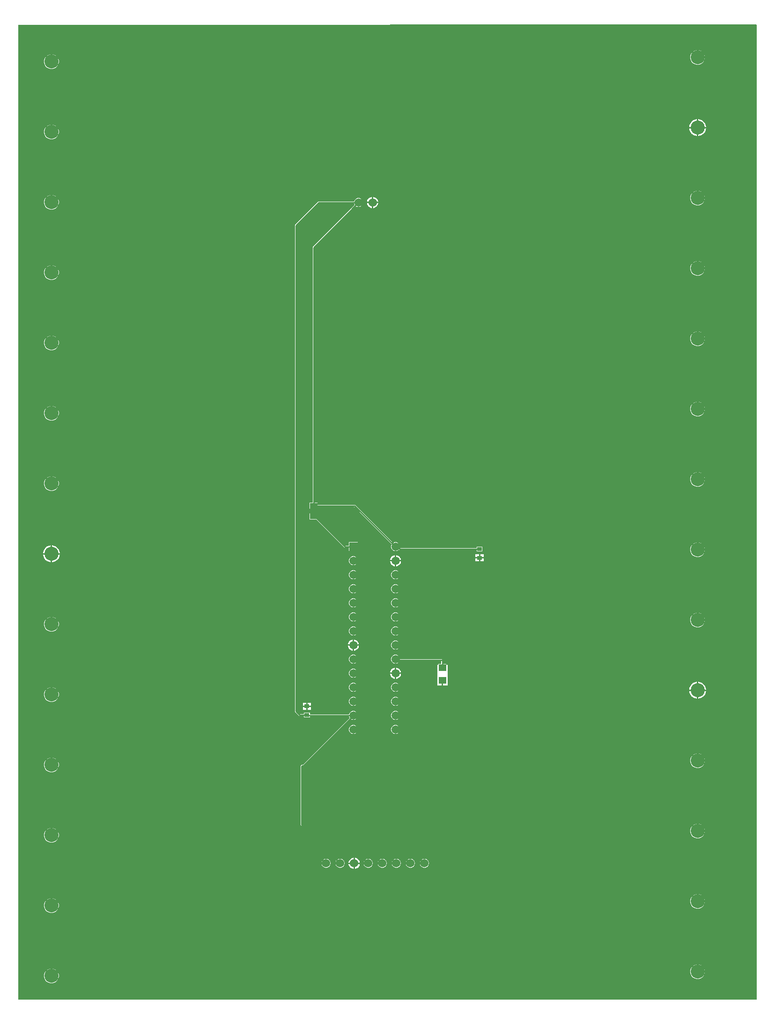
<source format=gtl>
G04*
G04 #@! TF.GenerationSoftware,Altium Limited,Altium Designer,25.0.2 (28)*
G04*
G04 Layer_Physical_Order=1*
G04 Layer_Color=255*
%FSLAX44Y44*%
%MOMM*%
G71*
G04*
G04 #@! TF.SameCoordinates,EC309722-8CFF-44E8-99F7-827B0D8F2BFB*
G04*
G04*
G04 #@! TF.FilePolarity,Positive*
G04*
G01*
G75*
%ADD12C,0.2540*%
%ADD14R,1.3462X1.2696*%
%ADD15R,1.3800X1.0100*%
%ADD16R,0.9652X0.7620*%
%ADD20C,1.4986*%
%ADD21R,1.4986X1.4986*%
%ADD23C,1.5240*%
%ADD24C,2.5400*%
G36*
X1541780Y1778105D02*
X1541780Y17927D01*
X206989D01*
Y1778000D01*
X1540882Y1779003D01*
X1541780Y1778105D01*
D02*
G37*
%LPC*%
G36*
X1436585Y1732788D02*
X1433107D01*
X1429748Y1731888D01*
X1426736Y1730149D01*
X1424277Y1727690D01*
X1422538Y1724678D01*
X1421638Y1721319D01*
Y1717841D01*
X1422538Y1714482D01*
X1424277Y1711470D01*
X1426736Y1709011D01*
X1429748Y1707272D01*
X1433107Y1706372D01*
X1436585D01*
X1439944Y1707272D01*
X1442956Y1709011D01*
X1445415Y1711470D01*
X1447154Y1714482D01*
X1448054Y1717841D01*
Y1721319D01*
X1447154Y1724678D01*
X1445415Y1727690D01*
X1442956Y1730149D01*
X1439944Y1731888D01*
X1436585Y1732788D01*
D02*
G37*
G36*
X268439Y1725168D02*
X264961D01*
X261602Y1724268D01*
X258590Y1722529D01*
X256131Y1720070D01*
X254392Y1717058D01*
X253492Y1713699D01*
Y1710221D01*
X254392Y1706862D01*
X256131Y1703850D01*
X258590Y1701391D01*
X261602Y1699652D01*
X264961Y1698752D01*
X268439D01*
X271798Y1699652D01*
X274810Y1701391D01*
X277269Y1703850D01*
X279008Y1706862D01*
X279908Y1710221D01*
Y1713699D01*
X279008Y1717058D01*
X277269Y1720070D01*
X274810Y1722529D01*
X271798Y1724268D01*
X268439Y1725168D01*
D02*
G37*
G36*
X1436347Y1607820D02*
X1436116D01*
Y1593850D01*
X1450086D01*
Y1594081D01*
X1449500Y1597025D01*
X1448351Y1599799D01*
X1446684Y1602295D01*
X1444561Y1604418D01*
X1442065Y1606086D01*
X1439291Y1607234D01*
X1436347Y1607820D01*
D02*
G37*
G36*
X1433576D02*
X1433345D01*
X1430401Y1607234D01*
X1427627Y1606086D01*
X1425131Y1604418D01*
X1423008Y1602295D01*
X1421340Y1599799D01*
X1420192Y1597025D01*
X1419606Y1594081D01*
Y1593850D01*
X1433576D01*
Y1607820D01*
D02*
G37*
G36*
X1450086Y1591310D02*
X1436116D01*
Y1577340D01*
X1436347D01*
X1439291Y1577926D01*
X1442065Y1579075D01*
X1444561Y1580742D01*
X1446684Y1582865D01*
X1448351Y1585361D01*
X1449500Y1588135D01*
X1450086Y1591079D01*
Y1591310D01*
D02*
G37*
G36*
X1433576D02*
X1419606D01*
Y1591079D01*
X1420192Y1588135D01*
X1421340Y1585361D01*
X1423008Y1582865D01*
X1425131Y1580742D01*
X1427627Y1579075D01*
X1430401Y1577926D01*
X1433345Y1577340D01*
X1433576D01*
Y1591310D01*
D02*
G37*
G36*
X268439Y1598168D02*
X264961D01*
X261602Y1597268D01*
X258590Y1595529D01*
X256131Y1593070D01*
X254392Y1590058D01*
X253492Y1586699D01*
Y1583221D01*
X254392Y1579862D01*
X256131Y1576850D01*
X258590Y1574391D01*
X261602Y1572652D01*
X264961Y1571752D01*
X268439D01*
X271798Y1572652D01*
X274810Y1574391D01*
X277269Y1576850D01*
X279008Y1579862D01*
X279908Y1583221D01*
Y1586699D01*
X279008Y1590058D01*
X277269Y1593070D01*
X274810Y1595529D01*
X271798Y1597268D01*
X268439Y1598168D01*
D02*
G37*
G36*
X848481Y1467642D02*
X848413D01*
Y1458752D01*
X857303D01*
Y1458819D01*
X856611Y1461404D01*
X855273Y1463720D01*
X853381Y1465612D01*
X851065Y1466949D01*
X848481Y1467642D01*
D02*
G37*
G36*
X845873D02*
X845805D01*
X843221Y1466949D01*
X840905Y1465612D01*
X839013Y1463720D01*
X837675Y1461404D01*
X836983Y1458819D01*
Y1458752D01*
X845873D01*
Y1467642D01*
D02*
G37*
G36*
X1436585Y1478788D02*
X1433107D01*
X1429748Y1477888D01*
X1426736Y1476149D01*
X1424277Y1473690D01*
X1422538Y1470678D01*
X1421638Y1467319D01*
Y1463841D01*
X1422538Y1460482D01*
X1424277Y1457470D01*
X1426736Y1455011D01*
X1429748Y1453272D01*
X1433107Y1452372D01*
X1436585D01*
X1439944Y1453272D01*
X1442956Y1455011D01*
X1445415Y1457470D01*
X1447154Y1460482D01*
X1448054Y1463841D01*
Y1467319D01*
X1447154Y1470678D01*
X1445415Y1473690D01*
X1442956Y1476149D01*
X1439944Y1477888D01*
X1436585Y1478788D01*
D02*
G37*
G36*
X822813Y1465610D02*
X820673D01*
X818606Y1465056D01*
X816752Y1463986D01*
X815239Y1462473D01*
X814169Y1460619D01*
X813814Y1459295D01*
X750092D01*
X749398Y1459157D01*
X748810Y1458764D01*
X707378Y1417332D01*
X706985Y1416744D01*
X706847Y1416050D01*
Y538480D01*
X706985Y537786D01*
X707378Y537198D01*
X713781Y530795D01*
X714369Y530402D01*
X715063Y530264D01*
X723168D01*
Y527759D01*
X733836D01*
Y529244D01*
X804734D01*
X805076Y527969D01*
X805736Y526825D01*
X721414Y442503D01*
X720308D01*
X719614Y442365D01*
X719026Y441972D01*
X717713Y440659D01*
X717320Y440071D01*
X717182Y439377D01*
Y333835D01*
X717320Y333141D01*
X717713Y332553D01*
X781781Y268485D01*
X781096Y267297D01*
X780542Y265230D01*
Y263090D01*
X781096Y261023D01*
X782166Y259169D01*
X783679Y257656D01*
X785533Y256586D01*
X787600Y256032D01*
X789740D01*
X791807Y256586D01*
X793661Y257656D01*
X795174Y259169D01*
X796244Y261023D01*
X796798Y263090D01*
Y265230D01*
X796244Y267297D01*
X795174Y269151D01*
X793661Y270664D01*
X791807Y271734D01*
X789740Y272288D01*
X787600D01*
X785533Y271734D01*
X784345Y271049D01*
X720808Y334586D01*
Y438626D01*
X721059Y438877D01*
X722165D01*
X722859Y439015D01*
X723447Y439408D01*
X808300Y524262D01*
X809444Y523601D01*
X811479Y523056D01*
X813585D01*
X815620Y523601D01*
X817445Y524655D01*
X818934Y526144D01*
X819988Y527969D01*
X820533Y530004D01*
Y532110D01*
X819988Y534145D01*
X818934Y535970D01*
X817445Y537459D01*
X815620Y538513D01*
X813585Y539058D01*
X811479D01*
X809444Y538513D01*
X807619Y537459D01*
X806130Y535970D01*
X805076Y534145D01*
X804734Y532870D01*
X733836D01*
Y536395D01*
X723168D01*
Y533890D01*
X715814D01*
X710473Y539231D01*
Y1415299D01*
X750843Y1455669D01*
X813814D01*
X814169Y1454345D01*
X814855Y1453157D01*
X739350Y1377653D01*
X738957Y1377065D01*
X738819Y1376371D01*
Y915315D01*
X733224D01*
Y904199D01*
X748040D01*
Y907944D01*
X814081D01*
X881936Y840089D01*
X881276Y838945D01*
X880731Y836910D01*
Y834804D01*
X881276Y832769D01*
X882329Y830944D01*
X883819Y829455D01*
X885644Y828401D01*
X887679Y827856D01*
X889785D01*
X891820Y828401D01*
X893645Y829455D01*
X894791Y830602D01*
X895170Y830223D01*
X895758Y829830D01*
X896452Y829692D01*
X1035298D01*
Y827187D01*
X1045966D01*
Y835823D01*
X1035298D01*
Y833318D01*
X897472D01*
X896609Y834342D01*
X896733Y834804D01*
Y836910D01*
X896188Y838945D01*
X895134Y840770D01*
X893645Y842259D01*
X891820Y843313D01*
X889785Y843858D01*
X887679D01*
X885644Y843313D01*
X884500Y842653D01*
X816114Y911039D01*
X815526Y911432D01*
X814832Y911570D01*
X748040D01*
Y915315D01*
X742445D01*
Y1375620D01*
X817418Y1450593D01*
X818606Y1449908D01*
X820673Y1449354D01*
X822813D01*
X824880Y1449908D01*
X826734Y1450978D01*
X828247Y1452491D01*
X829317Y1454345D01*
X829871Y1456412D01*
Y1458552D01*
X829317Y1460619D01*
X828247Y1462473D01*
X826734Y1463986D01*
X824880Y1465056D01*
X822813Y1465610D01*
D02*
G37*
G36*
X857303Y1456212D02*
X848413D01*
Y1447322D01*
X848481D01*
X851065Y1448014D01*
X853381Y1449352D01*
X855273Y1451243D01*
X856611Y1453560D01*
X857303Y1456144D01*
Y1456212D01*
D02*
G37*
G36*
X845873D02*
X836983D01*
Y1456144D01*
X837675Y1453560D01*
X839013Y1451243D01*
X840905Y1449352D01*
X843221Y1448014D01*
X845805Y1447322D01*
X845873D01*
Y1456212D01*
D02*
G37*
G36*
X268439Y1471168D02*
X264961D01*
X261602Y1470268D01*
X258590Y1468529D01*
X256131Y1466070D01*
X254392Y1463058D01*
X253492Y1459699D01*
Y1456221D01*
X254392Y1452862D01*
X256131Y1449850D01*
X258590Y1447391D01*
X261602Y1445652D01*
X264961Y1444752D01*
X268439D01*
X271798Y1445652D01*
X274810Y1447391D01*
X277269Y1449850D01*
X279008Y1452862D01*
X279908Y1456221D01*
Y1459699D01*
X279008Y1463058D01*
X277269Y1466070D01*
X274810Y1468529D01*
X271798Y1470268D01*
X268439Y1471168D01*
D02*
G37*
G36*
X1436585Y1351788D02*
X1433107D01*
X1429748Y1350888D01*
X1426736Y1349149D01*
X1424277Y1346690D01*
X1422538Y1343678D01*
X1421638Y1340319D01*
Y1336841D01*
X1422538Y1333482D01*
X1424277Y1330470D01*
X1426736Y1328011D01*
X1429748Y1326272D01*
X1433107Y1325372D01*
X1436585D01*
X1439944Y1326272D01*
X1442956Y1328011D01*
X1445415Y1330470D01*
X1447154Y1333482D01*
X1448054Y1336841D01*
Y1340319D01*
X1447154Y1343678D01*
X1445415Y1346690D01*
X1442956Y1349149D01*
X1439944Y1350888D01*
X1436585Y1351788D01*
D02*
G37*
G36*
X268439Y1344168D02*
X264961D01*
X261602Y1343268D01*
X258590Y1341529D01*
X256131Y1339070D01*
X254392Y1336058D01*
X253492Y1332699D01*
Y1329221D01*
X254392Y1325862D01*
X256131Y1322850D01*
X258590Y1320391D01*
X261602Y1318652D01*
X264961Y1317752D01*
X268439D01*
X271798Y1318652D01*
X274810Y1320391D01*
X277269Y1322850D01*
X279008Y1325862D01*
X279908Y1329221D01*
Y1332699D01*
X279008Y1336058D01*
X277269Y1339070D01*
X274810Y1341529D01*
X271798Y1343268D01*
X268439Y1344168D01*
D02*
G37*
G36*
X1436585Y1224788D02*
X1433107D01*
X1429748Y1223888D01*
X1426736Y1222149D01*
X1424277Y1219690D01*
X1422538Y1216678D01*
X1421638Y1213319D01*
Y1209841D01*
X1422538Y1206482D01*
X1424277Y1203470D01*
X1426736Y1201011D01*
X1429748Y1199272D01*
X1433107Y1198372D01*
X1436585D01*
X1439944Y1199272D01*
X1442956Y1201011D01*
X1445415Y1203470D01*
X1447154Y1206482D01*
X1448054Y1209841D01*
Y1213319D01*
X1447154Y1216678D01*
X1445415Y1219690D01*
X1442956Y1222149D01*
X1439944Y1223888D01*
X1436585Y1224788D01*
D02*
G37*
G36*
X268439Y1217168D02*
X264961D01*
X261602Y1216268D01*
X258590Y1214529D01*
X256131Y1212070D01*
X254392Y1209058D01*
X253492Y1205699D01*
Y1202221D01*
X254392Y1198862D01*
X256131Y1195850D01*
X258590Y1193391D01*
X261602Y1191652D01*
X264961Y1190752D01*
X268439D01*
X271798Y1191652D01*
X274810Y1193391D01*
X277269Y1195850D01*
X279008Y1198862D01*
X279908Y1202221D01*
Y1205699D01*
X279008Y1209058D01*
X277269Y1212070D01*
X274810Y1214529D01*
X271798Y1216268D01*
X268439Y1217168D01*
D02*
G37*
G36*
X1436585Y1097788D02*
X1433107D01*
X1429748Y1096888D01*
X1426736Y1095149D01*
X1424277Y1092690D01*
X1422538Y1089678D01*
X1421638Y1086319D01*
Y1082841D01*
X1422538Y1079482D01*
X1424277Y1076470D01*
X1426736Y1074011D01*
X1429748Y1072272D01*
X1433107Y1071372D01*
X1436585D01*
X1439944Y1072272D01*
X1442956Y1074011D01*
X1445415Y1076470D01*
X1447154Y1079482D01*
X1448054Y1082841D01*
Y1086319D01*
X1447154Y1089678D01*
X1445415Y1092690D01*
X1442956Y1095149D01*
X1439944Y1096888D01*
X1436585Y1097788D01*
D02*
G37*
G36*
X268439Y1090168D02*
X264961D01*
X261602Y1089268D01*
X258590Y1087529D01*
X256131Y1085070D01*
X254392Y1082058D01*
X253492Y1078699D01*
Y1075221D01*
X254392Y1071862D01*
X256131Y1068850D01*
X258590Y1066391D01*
X261602Y1064652D01*
X264961Y1063752D01*
X268439D01*
X271798Y1064652D01*
X274810Y1066391D01*
X277269Y1068850D01*
X279008Y1071862D01*
X279908Y1075221D01*
Y1078699D01*
X279008Y1082058D01*
X277269Y1085070D01*
X274810Y1087529D01*
X271798Y1089268D01*
X268439Y1090168D01*
D02*
G37*
G36*
X1436585Y970788D02*
X1433107D01*
X1429748Y969888D01*
X1426736Y968149D01*
X1424277Y965690D01*
X1422538Y962678D01*
X1421638Y959319D01*
Y955841D01*
X1422538Y952482D01*
X1424277Y949470D01*
X1426736Y947011D01*
X1429748Y945272D01*
X1433107Y944372D01*
X1436585D01*
X1439944Y945272D01*
X1442956Y947011D01*
X1445415Y949470D01*
X1447154Y952482D01*
X1448054Y955841D01*
Y959319D01*
X1447154Y962678D01*
X1445415Y965690D01*
X1442956Y968149D01*
X1439944Y969888D01*
X1436585Y970788D01*
D02*
G37*
G36*
X268439Y963168D02*
X264961D01*
X261602Y962268D01*
X258590Y960529D01*
X256131Y958070D01*
X254392Y955058D01*
X253492Y951699D01*
Y948221D01*
X254392Y944862D01*
X256131Y941850D01*
X258590Y939391D01*
X261602Y937652D01*
X264961Y936752D01*
X268439D01*
X271798Y937652D01*
X274810Y939391D01*
X277269Y941850D01*
X279008Y944862D01*
X279908Y948221D01*
Y951699D01*
X279008Y955058D01*
X277269Y958070D01*
X274810Y960529D01*
X271798Y962268D01*
X268439Y963168D01*
D02*
G37*
G36*
X748040Y896315D02*
X733224D01*
Y885199D01*
X745476D01*
X796100Y834575D01*
X796688Y834182D01*
X797382Y834044D01*
X804531D01*
Y827856D01*
X820533D01*
Y843858D01*
X804531D01*
Y837670D01*
X798133D01*
X748040Y887763D01*
Y896315D01*
D02*
G37*
G36*
X268201Y838200D02*
X267970D01*
Y824230D01*
X281940D01*
Y824461D01*
X281354Y827405D01*
X280205Y830179D01*
X278538Y832675D01*
X276415Y834798D01*
X273919Y836466D01*
X271145Y837614D01*
X268201Y838200D01*
D02*
G37*
G36*
X265430D02*
X265199D01*
X262255Y837614D01*
X259481Y836466D01*
X256985Y834798D01*
X254862Y832675D01*
X253195Y830179D01*
X252046Y827405D01*
X251460Y824461D01*
Y824230D01*
X265430D01*
Y838200D01*
D02*
G37*
G36*
X1436585Y843788D02*
X1433107D01*
X1429748Y842888D01*
X1426736Y841149D01*
X1424277Y838690D01*
X1422538Y835678D01*
X1421638Y832319D01*
Y828841D01*
X1422538Y825482D01*
X1424277Y822470D01*
X1426736Y820011D01*
X1429748Y818272D01*
X1433107Y817372D01*
X1436585D01*
X1439944Y818272D01*
X1442956Y820011D01*
X1445415Y822470D01*
X1447154Y825482D01*
X1448054Y828841D01*
Y832319D01*
X1447154Y835678D01*
X1445415Y838690D01*
X1442956Y841149D01*
X1439944Y842888D01*
X1436585Y843788D01*
D02*
G37*
G36*
X1047998Y822107D02*
X1041902D01*
Y817027D01*
X1047998D01*
Y822107D01*
D02*
G37*
G36*
X1039362D02*
X1033266D01*
Y817027D01*
X1039362D01*
Y822107D01*
D02*
G37*
G36*
X890053Y820490D02*
X890002D01*
Y811727D01*
X898765D01*
Y811778D01*
X898081Y814330D01*
X896760Y816617D01*
X894892Y818485D01*
X892605Y819806D01*
X890053Y820490D01*
D02*
G37*
G36*
X887462D02*
X887411D01*
X884859Y819806D01*
X882571Y818485D01*
X880704Y816617D01*
X879383Y814330D01*
X878699Y811778D01*
Y811727D01*
X887462D01*
Y820490D01*
D02*
G37*
G36*
X1047998Y814487D02*
X1041902D01*
Y809407D01*
X1047998D01*
Y814487D01*
D02*
G37*
G36*
X1039362D02*
X1033266D01*
Y809407D01*
X1039362D01*
Y814487D01*
D02*
G37*
G36*
X281940Y821690D02*
X267970D01*
Y807720D01*
X268201D01*
X271145Y808306D01*
X273919Y809454D01*
X276415Y811122D01*
X278538Y813245D01*
X280205Y815741D01*
X281354Y818515D01*
X281940Y821459D01*
Y821690D01*
D02*
G37*
G36*
X265430D02*
X251460D01*
Y821459D01*
X252046Y818515D01*
X253195Y815741D01*
X254862Y813245D01*
X256985Y811122D01*
X259481Y809454D01*
X262255Y808306D01*
X265199Y807720D01*
X265430D01*
Y821690D01*
D02*
G37*
G36*
X813585Y818458D02*
X811479D01*
X809444Y817913D01*
X807619Y816859D01*
X806130Y815370D01*
X805076Y813545D01*
X804531Y811510D01*
Y809404D01*
X805076Y807369D01*
X806130Y805544D01*
X807619Y804055D01*
X809444Y803001D01*
X811479Y802456D01*
X813585D01*
X815620Y803001D01*
X817445Y804055D01*
X818934Y805544D01*
X819988Y807369D01*
X820533Y809404D01*
Y811510D01*
X819988Y813545D01*
X818934Y815370D01*
X817445Y816859D01*
X815620Y817913D01*
X813585Y818458D01*
D02*
G37*
G36*
X898765Y809187D02*
X890002D01*
Y800424D01*
X890053D01*
X892605Y801108D01*
X894892Y802429D01*
X896760Y804297D01*
X898081Y806584D01*
X898765Y809136D01*
Y809187D01*
D02*
G37*
G36*
X887462D02*
X878699D01*
Y809136D01*
X879383Y806584D01*
X880704Y804297D01*
X882571Y802429D01*
X884859Y801108D01*
X887411Y800424D01*
X887462D01*
Y809187D01*
D02*
G37*
G36*
X889785Y793058D02*
X887679D01*
X885644Y792513D01*
X883819Y791459D01*
X882329Y789970D01*
X881276Y788145D01*
X880731Y786110D01*
Y784004D01*
X881276Y781969D01*
X882329Y780144D01*
X883819Y778655D01*
X885644Y777601D01*
X887679Y777056D01*
X889785D01*
X891820Y777601D01*
X893645Y778655D01*
X895134Y780144D01*
X896188Y781969D01*
X896733Y784004D01*
Y786110D01*
X896188Y788145D01*
X895134Y789970D01*
X893645Y791459D01*
X891820Y792513D01*
X889785Y793058D01*
D02*
G37*
G36*
X813585D02*
X811479D01*
X809444Y792513D01*
X807619Y791459D01*
X806130Y789970D01*
X805076Y788145D01*
X804531Y786110D01*
Y784004D01*
X805076Y781969D01*
X806130Y780144D01*
X807619Y778655D01*
X809444Y777601D01*
X811479Y777056D01*
X813585D01*
X815620Y777601D01*
X817445Y778655D01*
X818934Y780144D01*
X819988Y781969D01*
X820533Y784004D01*
Y786110D01*
X819988Y788145D01*
X818934Y789970D01*
X817445Y791459D01*
X815620Y792513D01*
X813585Y793058D01*
D02*
G37*
G36*
X889785Y767658D02*
X887679D01*
X885644Y767113D01*
X883819Y766059D01*
X882329Y764570D01*
X881276Y762745D01*
X880731Y760710D01*
Y758604D01*
X881276Y756569D01*
X882329Y754744D01*
X883819Y753255D01*
X885644Y752201D01*
X887679Y751656D01*
X889785D01*
X891820Y752201D01*
X893645Y753255D01*
X895134Y754744D01*
X896188Y756569D01*
X896733Y758604D01*
Y760710D01*
X896188Y762745D01*
X895134Y764570D01*
X893645Y766059D01*
X891820Y767113D01*
X889785Y767658D01*
D02*
G37*
G36*
X813585D02*
X811479D01*
X809444Y767113D01*
X807619Y766059D01*
X806130Y764570D01*
X805076Y762745D01*
X804531Y760710D01*
Y758604D01*
X805076Y756569D01*
X806130Y754744D01*
X807619Y753255D01*
X809444Y752201D01*
X811479Y751656D01*
X813585D01*
X815620Y752201D01*
X817445Y753255D01*
X818934Y754744D01*
X819988Y756569D01*
X820533Y758604D01*
Y760710D01*
X819988Y762745D01*
X818934Y764570D01*
X817445Y766059D01*
X815620Y767113D01*
X813585Y767658D01*
D02*
G37*
G36*
X889785Y742258D02*
X887679D01*
X885644Y741713D01*
X883819Y740659D01*
X882329Y739170D01*
X881276Y737345D01*
X880731Y735310D01*
Y733204D01*
X881276Y731169D01*
X882329Y729344D01*
X883819Y727855D01*
X885644Y726801D01*
X887679Y726256D01*
X889785D01*
X891820Y726801D01*
X893645Y727855D01*
X895134Y729344D01*
X896188Y731169D01*
X896733Y733204D01*
Y735310D01*
X896188Y737345D01*
X895134Y739170D01*
X893645Y740659D01*
X891820Y741713D01*
X889785Y742258D01*
D02*
G37*
G36*
X813585D02*
X811479D01*
X809444Y741713D01*
X807619Y740659D01*
X806130Y739170D01*
X805076Y737345D01*
X804531Y735310D01*
Y733204D01*
X805076Y731169D01*
X806130Y729344D01*
X807619Y727855D01*
X809444Y726801D01*
X811479Y726256D01*
X813585D01*
X815620Y726801D01*
X817445Y727855D01*
X818934Y729344D01*
X819988Y731169D01*
X820533Y733204D01*
Y735310D01*
X819988Y737345D01*
X818934Y739170D01*
X817445Y740659D01*
X815620Y741713D01*
X813585Y742258D01*
D02*
G37*
G36*
X889785Y716858D02*
X887679D01*
X885644Y716313D01*
X883819Y715259D01*
X882329Y713770D01*
X881276Y711945D01*
X880731Y709910D01*
Y707804D01*
X881276Y705769D01*
X882329Y703944D01*
X883819Y702455D01*
X885644Y701401D01*
X887679Y700856D01*
X889785D01*
X891820Y701401D01*
X893645Y702455D01*
X895134Y703944D01*
X896188Y705769D01*
X896733Y707804D01*
Y709910D01*
X896188Y711945D01*
X895134Y713770D01*
X893645Y715259D01*
X891820Y716313D01*
X889785Y716858D01*
D02*
G37*
G36*
X813585D02*
X811479D01*
X809444Y716313D01*
X807619Y715259D01*
X806130Y713770D01*
X805076Y711945D01*
X804531Y709910D01*
Y707804D01*
X805076Y705769D01*
X806130Y703944D01*
X807619Y702455D01*
X809444Y701401D01*
X811479Y700856D01*
X813585D01*
X815620Y701401D01*
X817445Y702455D01*
X818934Y703944D01*
X819988Y705769D01*
X820533Y707804D01*
Y709910D01*
X819988Y711945D01*
X818934Y713770D01*
X817445Y715259D01*
X815620Y716313D01*
X813585Y716858D01*
D02*
G37*
G36*
X1436585Y716788D02*
X1433107D01*
X1429748Y715888D01*
X1426736Y714149D01*
X1424277Y711690D01*
X1422538Y708678D01*
X1421638Y705319D01*
Y701841D01*
X1422538Y698482D01*
X1424277Y695470D01*
X1426736Y693011D01*
X1429748Y691272D01*
X1433107Y690372D01*
X1436585D01*
X1439944Y691272D01*
X1442956Y693011D01*
X1445415Y695470D01*
X1447154Y698482D01*
X1448054Y701841D01*
Y705319D01*
X1447154Y708678D01*
X1445415Y711690D01*
X1442956Y714149D01*
X1439944Y715888D01*
X1436585Y716788D01*
D02*
G37*
G36*
X268439Y709168D02*
X264961D01*
X261602Y708268D01*
X258590Y706529D01*
X256131Y704070D01*
X254392Y701058D01*
X253492Y697699D01*
Y694221D01*
X254392Y690862D01*
X256131Y687850D01*
X258590Y685391D01*
X261602Y683652D01*
X264961Y682752D01*
X268439D01*
X271798Y683652D01*
X274810Y685391D01*
X277269Y687850D01*
X279008Y690862D01*
X279908Y694221D01*
Y697699D01*
X279008Y701058D01*
X277269Y704070D01*
X274810Y706529D01*
X271798Y708268D01*
X268439Y709168D01*
D02*
G37*
G36*
X889785Y691458D02*
X887679D01*
X885644Y690913D01*
X883819Y689859D01*
X882329Y688370D01*
X881276Y686545D01*
X880731Y684510D01*
Y682404D01*
X881276Y680369D01*
X882329Y678544D01*
X883819Y677055D01*
X885644Y676001D01*
X887679Y675456D01*
X889785D01*
X891820Y676001D01*
X893645Y677055D01*
X895134Y678544D01*
X896188Y680369D01*
X896733Y682404D01*
Y684510D01*
X896188Y686545D01*
X895134Y688370D01*
X893645Y689859D01*
X891820Y690913D01*
X889785Y691458D01*
D02*
G37*
G36*
X813585D02*
X811479D01*
X809444Y690913D01*
X807619Y689859D01*
X806130Y688370D01*
X805076Y686545D01*
X804531Y684510D01*
Y682404D01*
X805076Y680369D01*
X806130Y678544D01*
X807619Y677055D01*
X809444Y676001D01*
X811479Y675456D01*
X813585D01*
X815620Y676001D01*
X817445Y677055D01*
X818934Y678544D01*
X819988Y680369D01*
X820533Y682404D01*
Y684510D01*
X819988Y686545D01*
X818934Y688370D01*
X817445Y689859D01*
X815620Y690913D01*
X813585Y691458D01*
D02*
G37*
G36*
X813853Y668090D02*
X813802D01*
Y659327D01*
X822565D01*
Y659378D01*
X821881Y661930D01*
X820560Y664217D01*
X818692Y666085D01*
X816404Y667406D01*
X813853Y668090D01*
D02*
G37*
G36*
X811262D02*
X811211D01*
X808659Y667406D01*
X806372Y666085D01*
X804503Y664217D01*
X803183Y661930D01*
X802499Y659378D01*
Y659327D01*
X811262D01*
Y668090D01*
D02*
G37*
G36*
X889785Y666058D02*
X887679D01*
X885644Y665513D01*
X883819Y664459D01*
X882329Y662970D01*
X881276Y661145D01*
X880731Y659110D01*
Y657004D01*
X881276Y654969D01*
X882329Y653144D01*
X883819Y651655D01*
X885644Y650601D01*
X887679Y650056D01*
X889785D01*
X891820Y650601D01*
X893645Y651655D01*
X895134Y653144D01*
X896188Y654969D01*
X896733Y657004D01*
Y659110D01*
X896188Y661145D01*
X895134Y662970D01*
X893645Y664459D01*
X891820Y665513D01*
X889785Y666058D01*
D02*
G37*
G36*
X822565Y656787D02*
X813802D01*
Y648024D01*
X813853D01*
X816404Y648708D01*
X818692Y650029D01*
X820560Y651897D01*
X821881Y654184D01*
X822565Y656736D01*
Y656787D01*
D02*
G37*
G36*
X811262D02*
X802499D01*
Y656736D01*
X803183Y654184D01*
X804503Y651897D01*
X806372Y650029D01*
X808659Y648708D01*
X811211Y648024D01*
X811262D01*
Y656787D01*
D02*
G37*
G36*
X813585Y640658D02*
X811479D01*
X809444Y640113D01*
X807619Y639059D01*
X806130Y637570D01*
X805076Y635745D01*
X804531Y633710D01*
Y631604D01*
X805076Y629569D01*
X806130Y627744D01*
X807619Y626255D01*
X809444Y625201D01*
X811479Y624656D01*
X813585D01*
X815620Y625201D01*
X817445Y626255D01*
X818934Y627744D01*
X819988Y629569D01*
X820533Y631604D01*
Y633710D01*
X819988Y635745D01*
X818934Y637570D01*
X817445Y639059D01*
X815620Y640113D01*
X813585Y640658D01*
D02*
G37*
G36*
X890053Y617290D02*
X890002D01*
Y608527D01*
X898765D01*
Y608578D01*
X898081Y611130D01*
X896760Y613417D01*
X894892Y615285D01*
X892605Y616606D01*
X890053Y617290D01*
D02*
G37*
G36*
X887462D02*
X887411D01*
X884859Y616606D01*
X882571Y615285D01*
X880704Y613417D01*
X879383Y611130D01*
X878699Y608578D01*
Y608527D01*
X887462D01*
Y617290D01*
D02*
G37*
G36*
X813585Y615258D02*
X811479D01*
X809444Y614713D01*
X807619Y613659D01*
X806130Y612170D01*
X805076Y610345D01*
X804531Y608310D01*
Y606204D01*
X805076Y604169D01*
X806130Y602344D01*
X807619Y600855D01*
X809444Y599801D01*
X811479Y599256D01*
X813585D01*
X815620Y599801D01*
X817445Y600855D01*
X818934Y602344D01*
X819988Y604169D01*
X820533Y606204D01*
Y608310D01*
X819988Y610345D01*
X818934Y612170D01*
X817445Y613659D01*
X815620Y614713D01*
X813585Y615258D01*
D02*
G37*
G36*
X898765Y605987D02*
X890002D01*
Y597224D01*
X890053D01*
X892605Y597908D01*
X894892Y599229D01*
X896760Y601097D01*
X898081Y603384D01*
X898765Y605936D01*
Y605987D01*
D02*
G37*
G36*
X887462D02*
X878699D01*
Y605936D01*
X879383Y603384D01*
X880704Y601097D01*
X882571Y599229D01*
X884859Y597908D01*
X887411Y597224D01*
X887462D01*
Y605987D01*
D02*
G37*
G36*
X889785Y640658D02*
X887679D01*
X885644Y640113D01*
X883819Y639059D01*
X882329Y637570D01*
X881276Y635745D01*
X880731Y633710D01*
Y631604D01*
X881276Y629569D01*
X882329Y627744D01*
X883819Y626255D01*
X885644Y625201D01*
X887679Y624656D01*
X889785D01*
X891820Y625201D01*
X893645Y626255D01*
X895134Y627744D01*
X896046Y629324D01*
X971123D01*
X971549Y628898D01*
Y624025D01*
X966373D01*
Y622967D01*
X966119Y622797D01*
X965103D01*
X964714Y622636D01*
X964553Y622247D01*
Y603193D01*
X964341D01*
Y585417D01*
X972342D01*
Y594305D01*
X974882D01*
Y585417D01*
X982883D01*
Y603193D01*
X982671D01*
Y622247D01*
X982510Y622636D01*
X982121Y622797D01*
X981105D01*
X980851Y622967D01*
Y624025D01*
X975175D01*
Y629649D01*
X975037Y630343D01*
X974644Y630931D01*
X973156Y632419D01*
X972568Y632812D01*
X971874Y632950D01*
X896733D01*
Y633710D01*
X896188Y635745D01*
X895134Y637570D01*
X893645Y639059D01*
X891820Y640113D01*
X889785Y640658D01*
D02*
G37*
G36*
X1436347Y591820D02*
X1436116D01*
Y577850D01*
X1450086D01*
Y578081D01*
X1449500Y581025D01*
X1448351Y583799D01*
X1446684Y586295D01*
X1444561Y588418D01*
X1442065Y590085D01*
X1439291Y591234D01*
X1436347Y591820D01*
D02*
G37*
G36*
X1433576D02*
X1433345D01*
X1430401Y591234D01*
X1427627Y590085D01*
X1425131Y588418D01*
X1423008Y586295D01*
X1421340Y583799D01*
X1420192Y581025D01*
X1419606Y578081D01*
Y577850D01*
X1433576D01*
Y591820D01*
D02*
G37*
G36*
X889785Y589858D02*
X887679D01*
X885644Y589313D01*
X883819Y588259D01*
X882329Y586770D01*
X881276Y584945D01*
X880731Y582910D01*
Y580804D01*
X881276Y578769D01*
X882329Y576944D01*
X883819Y575455D01*
X885644Y574401D01*
X887679Y573856D01*
X889785D01*
X891820Y574401D01*
X893645Y575455D01*
X895134Y576944D01*
X896188Y578769D01*
X896733Y580804D01*
Y582910D01*
X896188Y584945D01*
X895134Y586770D01*
X893645Y588259D01*
X891820Y589313D01*
X889785Y589858D01*
D02*
G37*
G36*
X813585D02*
X811479D01*
X809444Y589313D01*
X807619Y588259D01*
X806130Y586770D01*
X805076Y584945D01*
X804531Y582910D01*
Y580804D01*
X805076Y578769D01*
X806130Y576944D01*
X807619Y575455D01*
X809444Y574401D01*
X811479Y573856D01*
X813585D01*
X815620Y574401D01*
X817445Y575455D01*
X818934Y576944D01*
X819988Y578769D01*
X820533Y580804D01*
Y582910D01*
X819988Y584945D01*
X818934Y586770D01*
X817445Y588259D01*
X815620Y589313D01*
X813585Y589858D01*
D02*
G37*
G36*
X1450086Y575310D02*
X1436116D01*
Y561340D01*
X1436347D01*
X1439291Y561926D01*
X1442065Y563074D01*
X1444561Y564742D01*
X1446684Y566865D01*
X1448351Y569361D01*
X1449500Y572135D01*
X1450086Y575079D01*
Y575310D01*
D02*
G37*
G36*
X1433576D02*
X1419606D01*
Y575079D01*
X1420192Y572135D01*
X1421340Y569361D01*
X1423008Y566865D01*
X1425131Y564742D01*
X1427627Y563074D01*
X1430401Y561926D01*
X1433345Y561340D01*
X1433576D01*
Y575310D01*
D02*
G37*
G36*
X268439Y582168D02*
X264961D01*
X261602Y581268D01*
X258590Y579529D01*
X256131Y577070D01*
X254392Y574058D01*
X253492Y570699D01*
Y567221D01*
X254392Y563862D01*
X256131Y560850D01*
X258590Y558391D01*
X261602Y556652D01*
X264961Y555752D01*
X268439D01*
X271798Y556652D01*
X274810Y558391D01*
X277269Y560850D01*
X279008Y563862D01*
X279908Y567221D01*
Y570699D01*
X279008Y574058D01*
X277269Y577070D01*
X274810Y579529D01*
X271798Y581268D01*
X268439Y582168D01*
D02*
G37*
G36*
X735868Y554175D02*
X729772D01*
Y549095D01*
X735868D01*
Y554175D01*
D02*
G37*
G36*
X727232D02*
X721136D01*
Y549095D01*
X727232D01*
Y554175D01*
D02*
G37*
G36*
X889785Y564458D02*
X887679D01*
X885644Y563913D01*
X883819Y562859D01*
X882329Y561370D01*
X881276Y559545D01*
X880731Y557510D01*
Y555404D01*
X881276Y553369D01*
X882329Y551544D01*
X883819Y550055D01*
X885644Y549001D01*
X887679Y548456D01*
X889785D01*
X891820Y549001D01*
X893645Y550055D01*
X895134Y551544D01*
X896188Y553369D01*
X896733Y555404D01*
Y557510D01*
X896188Y559545D01*
X895134Y561370D01*
X893645Y562859D01*
X891820Y563913D01*
X889785Y564458D01*
D02*
G37*
G36*
X813585D02*
X811479D01*
X809444Y563913D01*
X807619Y562859D01*
X806130Y561370D01*
X805076Y559545D01*
X804531Y557510D01*
Y555404D01*
X805076Y553369D01*
X806130Y551544D01*
X807619Y550055D01*
X809444Y549001D01*
X811479Y548456D01*
X813585D01*
X815620Y549001D01*
X817445Y550055D01*
X818934Y551544D01*
X819988Y553369D01*
X820533Y555404D01*
Y557510D01*
X819988Y559545D01*
X818934Y561370D01*
X817445Y562859D01*
X815620Y563913D01*
X813585Y564458D01*
D02*
G37*
G36*
X735868Y546555D02*
X729772D01*
Y541475D01*
X735868D01*
Y546555D01*
D02*
G37*
G36*
X727232D02*
X721136D01*
Y541475D01*
X727232D01*
Y546555D01*
D02*
G37*
G36*
X889785Y539058D02*
X887679D01*
X885644Y538513D01*
X883819Y537459D01*
X882329Y535970D01*
X881276Y534145D01*
X880731Y532110D01*
Y530004D01*
X881276Y527969D01*
X882329Y526144D01*
X883819Y524655D01*
X885644Y523601D01*
X887679Y523056D01*
X889785D01*
X891820Y523601D01*
X893645Y524655D01*
X895134Y526144D01*
X896188Y527969D01*
X896733Y530004D01*
Y532110D01*
X896188Y534145D01*
X895134Y535970D01*
X893645Y537459D01*
X891820Y538513D01*
X889785Y539058D01*
D02*
G37*
G36*
Y513658D02*
X887679D01*
X885644Y513113D01*
X883819Y512059D01*
X882329Y510570D01*
X881276Y508745D01*
X880731Y506710D01*
Y504604D01*
X881276Y502569D01*
X882329Y500744D01*
X883819Y499255D01*
X885644Y498201D01*
X887679Y497656D01*
X889785D01*
X891820Y498201D01*
X893645Y499255D01*
X895134Y500744D01*
X896188Y502569D01*
X896733Y504604D01*
Y506710D01*
X896188Y508745D01*
X895134Y510570D01*
X893645Y512059D01*
X891820Y513113D01*
X889785Y513658D01*
D02*
G37*
G36*
X813585D02*
X811479D01*
X809444Y513113D01*
X807619Y512059D01*
X806130Y510570D01*
X805076Y508745D01*
X804531Y506710D01*
Y504604D01*
X805076Y502569D01*
X806130Y500744D01*
X807619Y499255D01*
X809444Y498201D01*
X811479Y497656D01*
X813585D01*
X815620Y498201D01*
X817445Y499255D01*
X818934Y500744D01*
X819988Y502569D01*
X820533Y504604D01*
Y506710D01*
X819988Y508745D01*
X818934Y510570D01*
X817445Y512059D01*
X815620Y513113D01*
X813585Y513658D01*
D02*
G37*
G36*
X1436585Y462788D02*
X1433107D01*
X1429748Y461888D01*
X1426736Y460149D01*
X1424277Y457690D01*
X1422538Y454678D01*
X1421638Y451319D01*
Y447841D01*
X1422538Y444482D01*
X1424277Y441470D01*
X1426736Y439011D01*
X1429748Y437272D01*
X1433107Y436372D01*
X1436585D01*
X1439944Y437272D01*
X1442956Y439011D01*
X1445415Y441470D01*
X1447154Y444482D01*
X1448054Y447841D01*
Y451319D01*
X1447154Y454678D01*
X1445415Y457690D01*
X1442956Y460149D01*
X1439944Y461888D01*
X1436585Y462788D01*
D02*
G37*
G36*
X268439Y455168D02*
X264961D01*
X261602Y454268D01*
X258590Y452529D01*
X256131Y450070D01*
X254392Y447058D01*
X253492Y443699D01*
Y440221D01*
X254392Y436862D01*
X256131Y433850D01*
X258590Y431391D01*
X261602Y429652D01*
X264961Y428752D01*
X268439D01*
X271798Y429652D01*
X274810Y431391D01*
X277269Y433850D01*
X279008Y436862D01*
X279908Y440221D01*
Y443699D01*
X279008Y447058D01*
X277269Y450070D01*
X274810Y452529D01*
X271798Y454268D01*
X268439Y455168D01*
D02*
G37*
G36*
X1436585Y335788D02*
X1433107D01*
X1429748Y334888D01*
X1426736Y333149D01*
X1424277Y330690D01*
X1422538Y327678D01*
X1421638Y324319D01*
Y320841D01*
X1422538Y317482D01*
X1424277Y314470D01*
X1426736Y312011D01*
X1429748Y310272D01*
X1433107Y309372D01*
X1436585D01*
X1439944Y310272D01*
X1442956Y312011D01*
X1445415Y314470D01*
X1447154Y317482D01*
X1448054Y320841D01*
Y324319D01*
X1447154Y327678D01*
X1445415Y330690D01*
X1442956Y333149D01*
X1439944Y334888D01*
X1436585Y335788D01*
D02*
G37*
G36*
X268439Y328168D02*
X264961D01*
X261602Y327268D01*
X258590Y325529D01*
X256131Y323070D01*
X254392Y320058D01*
X253492Y316699D01*
Y313221D01*
X254392Y309862D01*
X256131Y306850D01*
X258590Y304391D01*
X261602Y302652D01*
X264961Y301752D01*
X268439D01*
X271798Y302652D01*
X274810Y304391D01*
X277269Y306850D01*
X279008Y309862D01*
X279908Y313221D01*
Y316699D01*
X279008Y320058D01*
X277269Y323070D01*
X274810Y325529D01*
X271798Y327268D01*
X268439Y328168D01*
D02*
G37*
G36*
X815408Y274320D02*
X815340D01*
Y265430D01*
X824230D01*
Y265498D01*
X823538Y268082D01*
X822200Y270398D01*
X820308Y272290D01*
X817992Y273628D01*
X815408Y274320D01*
D02*
G37*
G36*
X812800D02*
X812732D01*
X810148Y273628D01*
X807832Y272290D01*
X805940Y270398D01*
X804602Y268082D01*
X803910Y265498D01*
Y265430D01*
X812800D01*
Y274320D01*
D02*
G37*
G36*
X942140Y272288D02*
X940000D01*
X937933Y271734D01*
X936079Y270664D01*
X934566Y269151D01*
X933496Y267297D01*
X932942Y265230D01*
Y263090D01*
X933496Y261023D01*
X934566Y259169D01*
X936079Y257656D01*
X937933Y256586D01*
X940000Y256032D01*
X942140D01*
X944207Y256586D01*
X946061Y257656D01*
X947574Y259169D01*
X948644Y261023D01*
X949198Y263090D01*
Y265230D01*
X948644Y267297D01*
X947574Y269151D01*
X946061Y270664D01*
X944207Y271734D01*
X942140Y272288D01*
D02*
G37*
G36*
X916740D02*
X914600D01*
X912533Y271734D01*
X910679Y270664D01*
X909166Y269151D01*
X908096Y267297D01*
X907542Y265230D01*
Y263090D01*
X908096Y261023D01*
X909166Y259169D01*
X910679Y257656D01*
X912533Y256586D01*
X914600Y256032D01*
X916740D01*
X918807Y256586D01*
X920661Y257656D01*
X922174Y259169D01*
X923244Y261023D01*
X923798Y263090D01*
Y265230D01*
X923244Y267297D01*
X922174Y269151D01*
X920661Y270664D01*
X918807Y271734D01*
X916740Y272288D01*
D02*
G37*
G36*
X891340D02*
X889200D01*
X887133Y271734D01*
X885279Y270664D01*
X883766Y269151D01*
X882696Y267297D01*
X882142Y265230D01*
Y263090D01*
X882696Y261023D01*
X883766Y259169D01*
X885279Y257656D01*
X887133Y256586D01*
X889200Y256032D01*
X891340D01*
X893407Y256586D01*
X895261Y257656D01*
X896774Y259169D01*
X897844Y261023D01*
X898398Y263090D01*
Y265230D01*
X897844Y267297D01*
X896774Y269151D01*
X895261Y270664D01*
X893407Y271734D01*
X891340Y272288D01*
D02*
G37*
G36*
X865940D02*
X863800D01*
X861733Y271734D01*
X859879Y270664D01*
X858366Y269151D01*
X857296Y267297D01*
X856742Y265230D01*
Y263090D01*
X857296Y261023D01*
X858366Y259169D01*
X859879Y257656D01*
X861733Y256586D01*
X863800Y256032D01*
X865940D01*
X868007Y256586D01*
X869861Y257656D01*
X871374Y259169D01*
X872444Y261023D01*
X872998Y263090D01*
Y265230D01*
X872444Y267297D01*
X871374Y269151D01*
X869861Y270664D01*
X868007Y271734D01*
X865940Y272288D01*
D02*
G37*
G36*
X840540D02*
X838400D01*
X836333Y271734D01*
X834479Y270664D01*
X832966Y269151D01*
X831896Y267297D01*
X831342Y265230D01*
Y263090D01*
X831896Y261023D01*
X832966Y259169D01*
X834479Y257656D01*
X836333Y256586D01*
X838400Y256032D01*
X840540D01*
X842607Y256586D01*
X844461Y257656D01*
X845974Y259169D01*
X847044Y261023D01*
X847598Y263090D01*
Y265230D01*
X847044Y267297D01*
X845974Y269151D01*
X844461Y270664D01*
X842607Y271734D01*
X840540Y272288D01*
D02*
G37*
G36*
X764340D02*
X762200D01*
X760133Y271734D01*
X758279Y270664D01*
X756766Y269151D01*
X755696Y267297D01*
X755142Y265230D01*
Y263090D01*
X755696Y261023D01*
X756766Y259169D01*
X758279Y257656D01*
X760133Y256586D01*
X762200Y256032D01*
X764340D01*
X766407Y256586D01*
X768261Y257656D01*
X769774Y259169D01*
X770844Y261023D01*
X771398Y263090D01*
Y265230D01*
X770844Y267297D01*
X769774Y269151D01*
X768261Y270664D01*
X766407Y271734D01*
X764340Y272288D01*
D02*
G37*
G36*
X824230Y262890D02*
X815340D01*
Y254000D01*
X815408D01*
X817992Y254692D01*
X820308Y256030D01*
X822200Y257922D01*
X823538Y260238D01*
X824230Y262822D01*
Y262890D01*
D02*
G37*
G36*
X812800D02*
X803910D01*
Y262822D01*
X804602Y260238D01*
X805940Y257922D01*
X807832Y256030D01*
X810148Y254692D01*
X812732Y254000D01*
X812800D01*
Y262890D01*
D02*
G37*
G36*
X1436585Y208788D02*
X1433107D01*
X1429748Y207888D01*
X1426736Y206149D01*
X1424277Y203690D01*
X1422538Y200678D01*
X1421638Y197319D01*
Y193841D01*
X1422538Y190482D01*
X1424277Y187470D01*
X1426736Y185011D01*
X1429748Y183272D01*
X1433107Y182372D01*
X1436585D01*
X1439944Y183272D01*
X1442956Y185011D01*
X1445415Y187470D01*
X1447154Y190482D01*
X1448054Y193841D01*
Y197319D01*
X1447154Y200678D01*
X1445415Y203690D01*
X1442956Y206149D01*
X1439944Y207888D01*
X1436585Y208788D01*
D02*
G37*
G36*
X268439Y201168D02*
X264961D01*
X261602Y200268D01*
X258590Y198529D01*
X256131Y196070D01*
X254392Y193058D01*
X253492Y189699D01*
Y186221D01*
X254392Y182862D01*
X256131Y179850D01*
X258590Y177391D01*
X261602Y175652D01*
X264961Y174752D01*
X268439D01*
X271798Y175652D01*
X274810Y177391D01*
X277269Y179850D01*
X279008Y182862D01*
X279908Y186221D01*
Y189699D01*
X279008Y193058D01*
X277269Y196070D01*
X274810Y198529D01*
X271798Y200268D01*
X268439Y201168D01*
D02*
G37*
G36*
X1436585Y81788D02*
X1433107D01*
X1429748Y80888D01*
X1426736Y79149D01*
X1424277Y76690D01*
X1422538Y73678D01*
X1421638Y70319D01*
Y66841D01*
X1422538Y63482D01*
X1424277Y60470D01*
X1426736Y58011D01*
X1429748Y56272D01*
X1433107Y55372D01*
X1436585D01*
X1439944Y56272D01*
X1442956Y58011D01*
X1445415Y60470D01*
X1447154Y63482D01*
X1448054Y66841D01*
Y70319D01*
X1447154Y73678D01*
X1445415Y76690D01*
X1442956Y79149D01*
X1439944Y80888D01*
X1436585Y81788D01*
D02*
G37*
G36*
X268439Y74168D02*
X264961D01*
X261602Y73268D01*
X258590Y71529D01*
X256131Y69070D01*
X254392Y66058D01*
X253492Y62699D01*
Y59221D01*
X254392Y55862D01*
X256131Y52850D01*
X258590Y50391D01*
X261602Y48652D01*
X264961Y47752D01*
X268439D01*
X271798Y48652D01*
X274810Y50391D01*
X277269Y52850D01*
X279008Y55862D01*
X279908Y59221D01*
Y62699D01*
X279008Y66058D01*
X277269Y69070D01*
X274810Y71529D01*
X271798Y73268D01*
X268439Y74168D01*
D02*
G37*
%LPD*%
D12*
X821743Y1457482D02*
X823305Y1459044D01*
X819681Y1455420D02*
X821743Y1457482D01*
X715063Y532077D02*
X728502D01*
X708660Y1416050D02*
X750092Y1457482D01*
X708660Y538480D02*
X715063Y532077D01*
X708660Y538480D02*
Y1416050D01*
X750092Y1457482D02*
X821743D01*
X740632Y1376371D02*
X819681Y1455420D01*
X740632Y909757D02*
Y1376371D01*
X718995Y439377D02*
X720308Y440690D01*
X722165D01*
X718995Y333835D02*
X788670Y264160D01*
X718995Y333835D02*
Y439377D01*
X722165Y440690D02*
X812532Y531057D01*
X728506D02*
X812532D01*
X971874Y631137D02*
X973362Y629649D01*
Y617419D02*
Y629649D01*
Y617419D02*
X973612Y617169D01*
X740632Y890757D02*
X742482D01*
X797382Y835857D01*
X740632Y909757D02*
X814832D01*
X797382Y835857D02*
X812532D01*
X890252Y631137D02*
X971874D01*
X896452Y831505D02*
X1040632D01*
X892100Y835857D02*
X896452Y831505D01*
X888732Y835857D02*
X892100D01*
X814832Y909757D02*
X888732Y835857D01*
Y632657D02*
X890252Y631137D01*
D14*
X973612Y594305D02*
D03*
Y617169D02*
D03*
D15*
X740632Y909757D02*
D03*
Y890757D02*
D03*
D16*
X728502Y532077D02*
D03*
Y547825D02*
D03*
X1040632Y831505D02*
D03*
Y815757D02*
D03*
D20*
X888732Y835857D02*
D03*
Y810457D02*
D03*
Y785057D02*
D03*
Y759657D02*
D03*
Y734257D02*
D03*
Y708857D02*
D03*
Y683457D02*
D03*
Y658057D02*
D03*
Y632657D02*
D03*
Y607257D02*
D03*
Y581857D02*
D03*
Y556457D02*
D03*
Y531057D02*
D03*
Y505657D02*
D03*
X812532D02*
D03*
Y531057D02*
D03*
Y556457D02*
D03*
Y581857D02*
D03*
Y607257D02*
D03*
Y632657D02*
D03*
Y658057D02*
D03*
Y683457D02*
D03*
Y708857D02*
D03*
Y734257D02*
D03*
Y759657D02*
D03*
Y785057D02*
D03*
Y810457D02*
D03*
D21*
Y835857D02*
D03*
D23*
X821743Y1457482D02*
D03*
X847143D02*
D03*
X763270Y264160D02*
D03*
X788670D02*
D03*
X814070D02*
D03*
X839470D02*
D03*
X864870D02*
D03*
X890270D02*
D03*
X915670D02*
D03*
X941070D02*
D03*
D24*
X266700Y949960D02*
D03*
Y1076960D02*
D03*
Y1203960D02*
D03*
Y1330960D02*
D03*
Y1457960D02*
D03*
Y1584960D02*
D03*
Y1711960D02*
D03*
Y60960D02*
D03*
Y187960D02*
D03*
Y314960D02*
D03*
Y441960D02*
D03*
Y568960D02*
D03*
Y695960D02*
D03*
Y822960D02*
D03*
X1434846Y830580D02*
D03*
Y703580D02*
D03*
Y576580D02*
D03*
Y449580D02*
D03*
Y322580D02*
D03*
Y195580D02*
D03*
Y68580D02*
D03*
Y1719580D02*
D03*
Y1592580D02*
D03*
Y1465580D02*
D03*
Y1338580D02*
D03*
Y1211580D02*
D03*
Y1084580D02*
D03*
Y957580D02*
D03*
M02*

</source>
